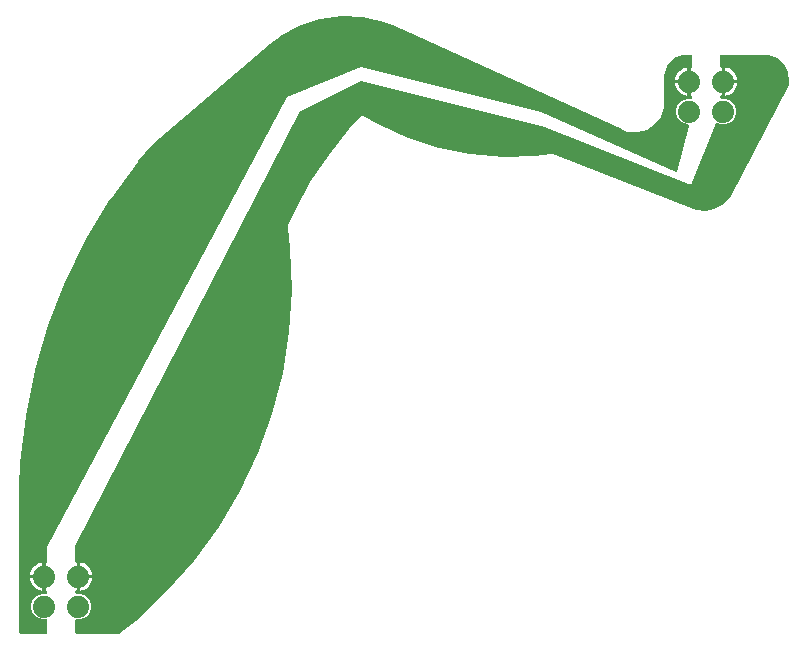
<source format=gtl>
G04 EAGLE Gerber X2 export*
G75*
%MOMM*%
%FSLAX34Y34*%
%LPD*%
%AMOC8*
5,1,8,0,0,1.08239X$1,22.5*%
G01*
%ADD10C,1.879600*%

G36*
X75086Y2549D02*
X75086Y2549D01*
X75137Y2547D01*
X75207Y2569D01*
X75279Y2580D01*
X75324Y2604D01*
X75373Y2619D01*
X75473Y2683D01*
X75496Y2696D01*
X75502Y2702D01*
X75514Y2709D01*
X88448Y13138D01*
X88454Y13144D01*
X88461Y13148D01*
X88471Y13159D01*
X88489Y13173D01*
X114388Y37298D01*
X114404Y37319D01*
X114439Y37350D01*
X137928Y63828D01*
X137941Y63850D01*
X137973Y63884D01*
X158838Y92475D01*
X158850Y92498D01*
X158878Y92536D01*
X176932Y122980D01*
X176941Y123004D01*
X176966Y123044D01*
X192043Y155067D01*
X192050Y155092D01*
X192071Y155134D01*
X204036Y188445D01*
X204041Y188470D01*
X204057Y188514D01*
X212802Y222812D01*
X212804Y222837D01*
X212817Y222883D01*
X218262Y257856D01*
X218261Y257882D01*
X218269Y257928D01*
X220365Y293261D01*
X220363Y293286D01*
X220366Y293333D01*
X219094Y328705D01*
X219090Y328725D01*
X219090Y328759D01*
X217232Y345998D01*
X217228Y346014D01*
X217228Y346031D01*
X217185Y346193D01*
X216961Y346767D01*
X217013Y346886D01*
X217046Y347017D01*
X217074Y347124D01*
X217074Y347125D01*
X217074Y347126D01*
X217071Y347292D01*
X217053Y347421D01*
X217451Y347939D01*
X217454Y347946D01*
X217460Y347951D01*
X217544Y348097D01*
X222979Y360484D01*
X236351Y384918D01*
X251801Y408094D01*
X269213Y429835D01*
X278584Y439644D01*
X278586Y439648D01*
X278684Y439775D01*
X279043Y440367D01*
X279129Y440388D01*
X279137Y440392D01*
X279146Y440392D01*
X279250Y440440D01*
X279355Y440485D01*
X279362Y440490D01*
X279370Y440494D01*
X279498Y440602D01*
X279560Y440666D01*
X280251Y440682D01*
X280256Y440683D01*
X280415Y440704D01*
X281087Y440868D01*
X281163Y440822D01*
X281171Y440819D01*
X281178Y440813D01*
X281285Y440773D01*
X281391Y440730D01*
X281400Y440730D01*
X281408Y440727D01*
X281575Y440712D01*
X281664Y440714D01*
X282133Y440266D01*
X282141Y440260D01*
X282148Y440253D01*
X282283Y440154D01*
X293907Y433563D01*
X293929Y433555D01*
X293966Y433533D01*
X318843Y422167D01*
X318871Y422159D01*
X318925Y422135D01*
X344953Y413733D01*
X344983Y413729D01*
X345039Y413711D01*
X371866Y408388D01*
X371896Y408387D01*
X371954Y408376D01*
X399218Y406203D01*
X399248Y406206D01*
X399307Y406202D01*
X426638Y407209D01*
X426662Y407214D01*
X426705Y407214D01*
X439901Y408861D01*
X439924Y408868D01*
X439949Y408868D01*
X440109Y408918D01*
X440645Y409150D01*
X440791Y409092D01*
X440848Y409080D01*
X440880Y409067D01*
X440931Y409061D01*
X441019Y409040D01*
X441026Y409041D01*
X441031Y409040D01*
X441050Y409042D01*
X441187Y409048D01*
X441342Y409072D01*
X441848Y408701D01*
X441860Y408695D01*
X441870Y408685D01*
X442019Y408607D01*
X558771Y362494D01*
X560043Y361991D01*
X560063Y361987D01*
X560095Y361973D01*
X563532Y360892D01*
X563540Y360891D01*
X563692Y360861D01*
X570852Y360218D01*
X570877Y360219D01*
X570902Y360215D01*
X571069Y360229D01*
X578118Y361636D01*
X578142Y361645D01*
X578167Y361648D01*
X578323Y361709D01*
X584687Y365051D01*
X584708Y365067D01*
X584731Y365076D01*
X584863Y365179D01*
X590023Y370184D01*
X590028Y370191D01*
X590127Y370310D01*
X592111Y373301D01*
X592122Y373325D01*
X592150Y373367D01*
X641394Y466803D01*
X641409Y466847D01*
X641432Y466888D01*
X641465Y467017D01*
X641472Y467036D01*
X641472Y467042D01*
X641474Y467050D01*
X641948Y470376D01*
X641947Y470395D01*
X641952Y470414D01*
X641949Y470581D01*
X641011Y477837D01*
X640996Y477888D01*
X640990Y477941D01*
X640949Y478046D01*
X640941Y478073D01*
X640934Y478082D01*
X640928Y478097D01*
X637495Y484558D01*
X637463Y484600D01*
X637439Y484648D01*
X637363Y484731D01*
X637346Y484754D01*
X637337Y484760D01*
X637326Y484772D01*
X631837Y489609D01*
X631792Y489637D01*
X631753Y489673D01*
X631652Y489725D01*
X631628Y489740D01*
X631618Y489742D01*
X631603Y489750D01*
X624762Y492344D01*
X624743Y492347D01*
X624727Y492356D01*
X624562Y492390D01*
X620905Y492729D01*
X620880Y492727D01*
X620837Y492732D01*
X620113Y492734D01*
X609602Y492759D01*
X609601Y492759D01*
X609600Y492759D01*
X584200Y492759D01*
X584180Y492756D01*
X584161Y492758D01*
X584059Y492736D01*
X583957Y492720D01*
X583940Y492710D01*
X583920Y492706D01*
X583831Y492653D01*
X583740Y492604D01*
X583726Y492590D01*
X583709Y492580D01*
X583642Y492501D01*
X583571Y492426D01*
X583562Y492408D01*
X583549Y492393D01*
X583510Y492297D01*
X583467Y492203D01*
X583465Y492183D01*
X583457Y492165D01*
X583439Y491998D01*
X583439Y482477D01*
X583452Y482398D01*
X583455Y482319D01*
X583471Y482278D01*
X583479Y482234D01*
X583516Y482164D01*
X583545Y482090D01*
X583573Y482056D01*
X583594Y482017D01*
X583651Y481962D01*
X583702Y481901D01*
X583740Y481878D01*
X583772Y481847D01*
X583844Y481814D01*
X583912Y481772D01*
X583955Y481762D01*
X583995Y481744D01*
X584074Y481735D01*
X584152Y481717D01*
X584210Y481720D01*
X584239Y481716D01*
X584267Y481722D01*
X584319Y481725D01*
X584455Y481746D01*
X584455Y470662D01*
X584458Y470642D01*
X584456Y470623D01*
X584478Y470521D01*
X584495Y470419D01*
X584504Y470402D01*
X584508Y470382D01*
X584561Y470293D01*
X584610Y470202D01*
X584624Y470188D01*
X584634Y470171D01*
X584713Y470104D01*
X584788Y470033D01*
X584806Y470024D01*
X584821Y470011D01*
X584917Y469973D01*
X585011Y469929D01*
X585031Y469927D01*
X585049Y469919D01*
X585216Y469901D01*
X585979Y469901D01*
X585979Y469899D01*
X585216Y469899D01*
X585196Y469896D01*
X585177Y469898D01*
X585075Y469876D01*
X584973Y469859D01*
X584956Y469850D01*
X584936Y469846D01*
X584847Y469793D01*
X584756Y469744D01*
X584742Y469730D01*
X584725Y469720D01*
X584658Y469641D01*
X584587Y469566D01*
X584578Y469548D01*
X584565Y469533D01*
X584526Y469437D01*
X584483Y469343D01*
X584481Y469323D01*
X584473Y469305D01*
X584455Y469138D01*
X584455Y458054D01*
X584319Y458075D01*
X584240Y458075D01*
X584161Y458084D01*
X584117Y458074D01*
X584073Y458074D01*
X583998Y458048D01*
X583920Y458031D01*
X583882Y458009D01*
X583840Y457994D01*
X583777Y457946D01*
X583709Y457905D01*
X583680Y457871D01*
X583645Y457845D01*
X583601Y457779D01*
X583549Y457718D01*
X583533Y457677D01*
X583508Y457641D01*
X583487Y457564D01*
X583457Y457490D01*
X583451Y457432D01*
X583443Y457403D01*
X583445Y457376D01*
X583439Y457323D01*
X583439Y456184D01*
X583442Y456164D01*
X583440Y456145D01*
X583462Y456043D01*
X583479Y455941D01*
X583488Y455924D01*
X583492Y455904D01*
X583545Y455815D01*
X583594Y455724D01*
X583608Y455710D01*
X583618Y455693D01*
X583697Y455626D01*
X583772Y455554D01*
X583790Y455546D01*
X583805Y455533D01*
X583901Y455494D01*
X583995Y455451D01*
X584015Y455449D01*
X584033Y455441D01*
X584200Y455423D01*
X588151Y455423D01*
X592165Y453760D01*
X595238Y450687D01*
X596901Y446673D01*
X596901Y442327D01*
X595238Y438313D01*
X592165Y435240D01*
X588151Y433577D01*
X583805Y433577D01*
X580404Y434986D01*
X580380Y434992D01*
X580359Y435003D01*
X580261Y435020D01*
X580165Y435042D01*
X580141Y435040D01*
X580116Y435044D01*
X580018Y435028D01*
X579920Y435019D01*
X579898Y435009D01*
X579873Y435005D01*
X579786Y434959D01*
X579695Y434919D01*
X579677Y434902D01*
X579655Y434891D01*
X579587Y434820D01*
X579514Y434753D01*
X579502Y434731D01*
X579485Y434713D01*
X579406Y434565D01*
X558376Y381990D01*
X432083Y432507D01*
X432051Y432514D01*
X431985Y432539D01*
X279585Y470639D01*
X279523Y470644D01*
X279462Y470659D01*
X279401Y470654D01*
X279340Y470659D01*
X279279Y470644D01*
X279217Y470639D01*
X279133Y470608D01*
X279101Y470600D01*
X279086Y470591D01*
X279060Y470581D01*
X228260Y445181D01*
X228233Y445162D01*
X228203Y445150D01*
X228134Y445090D01*
X228060Y445037D01*
X228041Y445011D01*
X228017Y444989D01*
X227924Y444850D01*
X37424Y76550D01*
X37394Y76457D01*
X37357Y76367D01*
X37354Y76334D01*
X37348Y76316D01*
X37348Y76283D01*
X37339Y76200D01*
X37339Y63377D01*
X37352Y63298D01*
X37355Y63219D01*
X37371Y63178D01*
X37379Y63134D01*
X37416Y63064D01*
X37445Y62990D01*
X37473Y62956D01*
X37494Y62917D01*
X37551Y62862D01*
X37602Y62801D01*
X37640Y62778D01*
X37672Y62747D01*
X37744Y62714D01*
X37812Y62672D01*
X37855Y62662D01*
X37895Y62644D01*
X37974Y62635D01*
X38052Y62617D01*
X38110Y62620D01*
X38139Y62616D01*
X38167Y62622D01*
X38219Y62625D01*
X38355Y62646D01*
X38355Y51562D01*
X38358Y51542D01*
X38356Y51523D01*
X38378Y51421D01*
X38395Y51319D01*
X38404Y51302D01*
X38408Y51282D01*
X38461Y51193D01*
X38510Y51102D01*
X38524Y51088D01*
X38534Y51071D01*
X38613Y51004D01*
X38688Y50933D01*
X38706Y50924D01*
X38721Y50911D01*
X38817Y50873D01*
X38911Y50829D01*
X38931Y50827D01*
X38949Y50819D01*
X39116Y50801D01*
X39879Y50801D01*
X39879Y50799D01*
X39116Y50799D01*
X39096Y50796D01*
X39077Y50798D01*
X38975Y50776D01*
X38873Y50759D01*
X38856Y50750D01*
X38836Y50746D01*
X38747Y50693D01*
X38656Y50644D01*
X38642Y50630D01*
X38625Y50620D01*
X38558Y50541D01*
X38487Y50466D01*
X38478Y50448D01*
X38465Y50433D01*
X38426Y50337D01*
X38383Y50243D01*
X38381Y50223D01*
X38373Y50205D01*
X38355Y50038D01*
X38355Y38954D01*
X38219Y38975D01*
X38140Y38975D01*
X38061Y38984D01*
X38017Y38974D01*
X37973Y38974D01*
X37898Y38948D01*
X37820Y38931D01*
X37782Y38909D01*
X37740Y38894D01*
X37677Y38846D01*
X37609Y38805D01*
X37580Y38771D01*
X37545Y38745D01*
X37501Y38679D01*
X37449Y38618D01*
X37433Y38577D01*
X37408Y38541D01*
X37387Y38464D01*
X37357Y38390D01*
X37351Y38332D01*
X37343Y38303D01*
X37345Y38276D01*
X37339Y38223D01*
X37339Y37084D01*
X37342Y37064D01*
X37340Y37045D01*
X37362Y36943D01*
X37379Y36841D01*
X37388Y36824D01*
X37392Y36804D01*
X37445Y36715D01*
X37494Y36624D01*
X37508Y36610D01*
X37518Y36593D01*
X37597Y36526D01*
X37672Y36454D01*
X37690Y36446D01*
X37705Y36433D01*
X37801Y36394D01*
X37895Y36351D01*
X37915Y36349D01*
X37933Y36341D01*
X38100Y36323D01*
X42051Y36323D01*
X46065Y34660D01*
X49138Y31587D01*
X50801Y27573D01*
X50801Y23227D01*
X49138Y19213D01*
X46065Y16140D01*
X42051Y14477D01*
X38100Y14477D01*
X38080Y14474D01*
X38061Y14476D01*
X37959Y14454D01*
X37857Y14438D01*
X37840Y14428D01*
X37820Y14424D01*
X37731Y14371D01*
X37640Y14322D01*
X37626Y14308D01*
X37609Y14298D01*
X37542Y14219D01*
X37471Y14144D01*
X37462Y14126D01*
X37449Y14111D01*
X37410Y14015D01*
X37367Y13921D01*
X37365Y13901D01*
X37357Y13883D01*
X37339Y13716D01*
X37339Y3302D01*
X37342Y3282D01*
X37340Y3263D01*
X37362Y3161D01*
X37379Y3059D01*
X37388Y3042D01*
X37392Y3022D01*
X37445Y2933D01*
X37494Y2842D01*
X37508Y2828D01*
X37518Y2811D01*
X37597Y2744D01*
X37672Y2672D01*
X37690Y2664D01*
X37705Y2651D01*
X37801Y2612D01*
X37895Y2569D01*
X37915Y2567D01*
X37933Y2559D01*
X38100Y2541D01*
X75036Y2541D01*
X75086Y2549D01*
G37*
G36*
X12720Y2544D02*
X12720Y2544D01*
X12739Y2542D01*
X12841Y2564D01*
X12943Y2580D01*
X12960Y2590D01*
X12980Y2594D01*
X13069Y2647D01*
X13160Y2696D01*
X13174Y2710D01*
X13191Y2720D01*
X13258Y2799D01*
X13330Y2874D01*
X13338Y2892D01*
X13351Y2907D01*
X13390Y3003D01*
X13433Y3097D01*
X13435Y3117D01*
X13443Y3135D01*
X13461Y3302D01*
X13461Y13716D01*
X13458Y13736D01*
X13460Y13755D01*
X13438Y13857D01*
X13422Y13959D01*
X13412Y13976D01*
X13408Y13996D01*
X13355Y14085D01*
X13306Y14176D01*
X13292Y14190D01*
X13282Y14207D01*
X13203Y14274D01*
X13128Y14346D01*
X13110Y14354D01*
X13095Y14367D01*
X12999Y14406D01*
X12905Y14449D01*
X12885Y14451D01*
X12867Y14459D01*
X12700Y14477D01*
X8749Y14477D01*
X4735Y16140D01*
X1662Y19213D01*
X-1Y23227D01*
X-1Y27573D01*
X1662Y31587D01*
X4735Y34660D01*
X8749Y36323D01*
X12700Y36323D01*
X12720Y36326D01*
X12739Y36324D01*
X12841Y36346D01*
X12943Y36362D01*
X12960Y36372D01*
X12980Y36376D01*
X13069Y36429D01*
X13160Y36478D01*
X13174Y36492D01*
X13191Y36502D01*
X13258Y36581D01*
X13330Y36656D01*
X13338Y36674D01*
X13351Y36689D01*
X13390Y36785D01*
X13433Y36879D01*
X13435Y36899D01*
X13443Y36917D01*
X13461Y37084D01*
X13461Y38223D01*
X13448Y38302D01*
X13445Y38381D01*
X13429Y38422D01*
X13422Y38466D01*
X13384Y38536D01*
X13355Y38610D01*
X13327Y38644D01*
X13306Y38683D01*
X13249Y38738D01*
X13198Y38799D01*
X13160Y38822D01*
X13128Y38853D01*
X13056Y38886D01*
X12988Y38928D01*
X12945Y38938D01*
X12905Y38956D01*
X12826Y38965D01*
X12748Y38983D01*
X12690Y38980D01*
X12661Y38984D01*
X12633Y38978D01*
X12581Y38975D01*
X12445Y38954D01*
X12445Y50038D01*
X12442Y50058D01*
X12444Y50077D01*
X12422Y50179D01*
X12405Y50281D01*
X12396Y50298D01*
X12392Y50318D01*
X12339Y50407D01*
X12290Y50498D01*
X12276Y50512D01*
X12266Y50529D01*
X12187Y50596D01*
X12112Y50667D01*
X12094Y50676D01*
X12079Y50689D01*
X11983Y50727D01*
X11889Y50771D01*
X11869Y50773D01*
X11851Y50781D01*
X11684Y50799D01*
X10921Y50799D01*
X10921Y50801D01*
X11684Y50801D01*
X11704Y50804D01*
X11723Y50802D01*
X11825Y50824D01*
X11927Y50841D01*
X11944Y50850D01*
X11964Y50854D01*
X12053Y50907D01*
X12144Y50956D01*
X12158Y50970D01*
X12175Y50980D01*
X12242Y51059D01*
X12313Y51134D01*
X12322Y51152D01*
X12335Y51167D01*
X12374Y51263D01*
X12417Y51357D01*
X12419Y51377D01*
X12427Y51395D01*
X12445Y51562D01*
X12445Y62646D01*
X12581Y62625D01*
X12660Y62625D01*
X12739Y62616D01*
X12783Y62626D01*
X12827Y62626D01*
X12902Y62652D01*
X12980Y62669D01*
X13018Y62691D01*
X13060Y62706D01*
X13123Y62754D01*
X13191Y62795D01*
X13220Y62828D01*
X13255Y62855D01*
X13299Y62921D01*
X13351Y62982D01*
X13367Y63023D01*
X13392Y63059D01*
X13413Y63136D01*
X13443Y63210D01*
X13449Y63268D01*
X13457Y63297D01*
X13455Y63324D01*
X13461Y63377D01*
X13461Y76010D01*
X216441Y456596D01*
X279454Y481802D01*
X431551Y443777D01*
X545791Y393004D01*
X545874Y392983D01*
X545954Y392953D01*
X545992Y392952D01*
X546029Y392942D01*
X546114Y392948D01*
X546200Y392945D01*
X546236Y392956D01*
X546274Y392959D01*
X546353Y392992D01*
X546435Y393017D01*
X546466Y393039D01*
X546501Y393053D01*
X546566Y393110D01*
X546636Y393159D01*
X546658Y393190D01*
X546687Y393215D01*
X546730Y393289D01*
X546780Y393358D01*
X546797Y393404D01*
X546811Y393427D01*
X546817Y393457D01*
X546839Y393515D01*
X556618Y432631D01*
X556627Y432744D01*
X556639Y432855D01*
X556637Y432866D01*
X556638Y432877D01*
X556611Y432986D01*
X556587Y433096D01*
X556581Y433105D01*
X556579Y433115D01*
X556518Y433210D01*
X556461Y433307D01*
X556453Y433314D01*
X556447Y433323D01*
X556359Y433394D01*
X556274Y433467D01*
X556264Y433471D01*
X556256Y433478D01*
X556150Y433517D01*
X556046Y433559D01*
X556033Y433560D01*
X556025Y433563D01*
X556000Y433564D01*
X555879Y433577D01*
X554849Y433577D01*
X550835Y435240D01*
X547762Y438313D01*
X546099Y442327D01*
X546099Y446673D01*
X547762Y450687D01*
X550835Y453760D01*
X554849Y455423D01*
X558800Y455423D01*
X558820Y455426D01*
X558839Y455424D01*
X558941Y455446D01*
X559043Y455462D01*
X559060Y455472D01*
X559080Y455476D01*
X559169Y455529D01*
X559260Y455578D01*
X559274Y455592D01*
X559291Y455602D01*
X559358Y455681D01*
X559430Y455756D01*
X559438Y455774D01*
X559451Y455789D01*
X559490Y455885D01*
X559533Y455979D01*
X559535Y455999D01*
X559543Y456017D01*
X559561Y456184D01*
X559561Y457323D01*
X559548Y457402D01*
X559545Y457481D01*
X559529Y457522D01*
X559522Y457566D01*
X559484Y457636D01*
X559455Y457710D01*
X559427Y457744D01*
X559406Y457783D01*
X559349Y457838D01*
X559298Y457899D01*
X559260Y457922D01*
X559228Y457953D01*
X559156Y457986D01*
X559088Y458028D01*
X559045Y458038D01*
X559005Y458056D01*
X558926Y458065D01*
X558848Y458083D01*
X558790Y458080D01*
X558761Y458084D01*
X558733Y458078D01*
X558681Y458075D01*
X558545Y458054D01*
X558545Y469138D01*
X558542Y469158D01*
X558544Y469177D01*
X558522Y469279D01*
X558505Y469381D01*
X558496Y469398D01*
X558492Y469418D01*
X558439Y469507D01*
X558390Y469598D01*
X558376Y469612D01*
X558366Y469629D01*
X558287Y469696D01*
X558212Y469767D01*
X558194Y469776D01*
X558179Y469789D01*
X558083Y469827D01*
X557989Y469871D01*
X557969Y469873D01*
X557951Y469881D01*
X557784Y469899D01*
X557021Y469899D01*
X557021Y469901D01*
X557784Y469901D01*
X557804Y469904D01*
X557823Y469902D01*
X557925Y469924D01*
X558027Y469941D01*
X558044Y469950D01*
X558064Y469954D01*
X558153Y470007D01*
X558244Y470056D01*
X558258Y470070D01*
X558275Y470080D01*
X558342Y470159D01*
X558413Y470234D01*
X558422Y470252D01*
X558435Y470267D01*
X558474Y470363D01*
X558517Y470457D01*
X558519Y470477D01*
X558527Y470495D01*
X558545Y470662D01*
X558545Y481746D01*
X558681Y481725D01*
X558760Y481725D01*
X558839Y481716D01*
X558883Y481726D01*
X558927Y481726D01*
X559002Y481752D01*
X559080Y481769D01*
X559118Y481791D01*
X559160Y481806D01*
X559223Y481854D01*
X559291Y481895D01*
X559320Y481928D01*
X559355Y481955D01*
X559399Y482021D01*
X559451Y482082D01*
X559467Y482123D01*
X559492Y482159D01*
X559513Y482236D01*
X559543Y482310D01*
X559549Y482368D01*
X559557Y482397D01*
X559555Y482424D01*
X559561Y482477D01*
X559561Y491998D01*
X559558Y492018D01*
X559560Y492037D01*
X559538Y492139D01*
X559522Y492241D01*
X559512Y492258D01*
X559508Y492278D01*
X559455Y492367D01*
X559406Y492458D01*
X559392Y492472D01*
X559382Y492489D01*
X559303Y492556D01*
X559228Y492628D01*
X559210Y492636D01*
X559195Y492649D01*
X559099Y492688D01*
X559005Y492731D01*
X558985Y492733D01*
X558967Y492741D01*
X558800Y492759D01*
X554331Y492759D01*
X554309Y492756D01*
X554271Y492757D01*
X551514Y492540D01*
X551508Y492539D01*
X551502Y492539D01*
X551338Y492505D01*
X546092Y490801D01*
X546061Y490784D01*
X546026Y490775D01*
X545880Y490692D01*
X541418Y487450D01*
X541393Y487425D01*
X541363Y487406D01*
X541250Y487282D01*
X538008Y482820D01*
X537991Y482788D01*
X537969Y482760D01*
X537899Y482608D01*
X536195Y477362D01*
X536194Y477356D01*
X536192Y477351D01*
X536160Y477186D01*
X535943Y474429D01*
X535945Y474407D01*
X535941Y474369D01*
X535941Y447969D01*
X533336Y440209D01*
X528397Y433682D01*
X521638Y429065D01*
X513760Y426839D01*
X505585Y427236D01*
X502949Y428265D01*
X502880Y428280D01*
X502813Y428304D01*
X502760Y428305D01*
X502708Y428316D01*
X502670Y428312D01*
X501726Y428741D01*
X501711Y428746D01*
X501688Y428758D01*
X500728Y429132D01*
X500687Y429165D01*
X500639Y429216D01*
X500575Y429254D01*
X500550Y429274D01*
X500529Y429282D01*
X500495Y429302D01*
X307658Y517056D01*
X307645Y517060D01*
X307625Y517071D01*
X299056Y520491D01*
X299024Y520498D01*
X298953Y520524D01*
X281040Y524871D01*
X281013Y524874D01*
X280898Y524892D01*
X262487Y525797D01*
X262459Y525794D01*
X262343Y525790D01*
X244090Y523220D01*
X244064Y523212D01*
X243950Y523187D01*
X226505Y517233D01*
X226480Y517220D01*
X226374Y517174D01*
X210357Y508050D01*
X210332Y508029D01*
X210268Y507990D01*
X202976Y502336D01*
X202967Y502326D01*
X202948Y502313D01*
X201908Y501425D01*
X103452Y417341D01*
X103431Y417316D01*
X103365Y417253D01*
X90697Y402220D01*
X90687Y402204D01*
X90666Y402181D01*
X67114Y370202D01*
X67103Y370180D01*
X67077Y370147D01*
X46403Y336237D01*
X46394Y336215D01*
X46371Y336179D01*
X28730Y300596D01*
X28723Y300573D01*
X28703Y300536D01*
X14231Y263551D01*
X14226Y263528D01*
X14209Y263488D01*
X3016Y225383D01*
X3013Y225359D01*
X3000Y225319D01*
X-4830Y186383D01*
X-4831Y186359D01*
X-4841Y186317D01*
X-9247Y146847D01*
X-9246Y146828D01*
X-9251Y146797D01*
X-10158Y126976D01*
X-10157Y126963D01*
X-10159Y126942D01*
X-10159Y3302D01*
X-10156Y3282D01*
X-10158Y3263D01*
X-10136Y3161D01*
X-10120Y3059D01*
X-10110Y3042D01*
X-10106Y3022D01*
X-10053Y2933D01*
X-10004Y2842D01*
X-9990Y2828D01*
X-9980Y2811D01*
X-9901Y2744D01*
X-9826Y2672D01*
X-9808Y2664D01*
X-9793Y2651D01*
X-9697Y2612D01*
X-9603Y2569D01*
X-9583Y2567D01*
X-9565Y2559D01*
X-9398Y2541D01*
X12700Y2541D01*
X12720Y2544D01*
G37*
%LPC*%
G36*
X587501Y471423D02*
X587501Y471423D01*
X587501Y481746D01*
X588774Y481545D01*
X590561Y480964D01*
X592235Y480111D01*
X593756Y479006D01*
X595084Y477678D01*
X596189Y476157D01*
X597042Y474483D01*
X597623Y472696D01*
X597824Y471423D01*
X587501Y471423D01*
G37*
%LPD*%
%LPC*%
G36*
X41401Y52323D02*
X41401Y52323D01*
X41401Y62646D01*
X42674Y62445D01*
X44461Y61864D01*
X46135Y61011D01*
X47656Y59906D01*
X48984Y58578D01*
X50089Y57057D01*
X50942Y55383D01*
X51523Y53596D01*
X51724Y52323D01*
X41401Y52323D01*
G37*
%LPD*%
%LPC*%
G36*
X545176Y471423D02*
X545176Y471423D01*
X545377Y472696D01*
X545958Y474483D01*
X546811Y476157D01*
X547916Y477678D01*
X549244Y479006D01*
X550765Y480111D01*
X552439Y480964D01*
X554226Y481545D01*
X555499Y481746D01*
X555499Y471423D01*
X545176Y471423D01*
G37*
%LPD*%
%LPC*%
G36*
X587501Y468377D02*
X587501Y468377D01*
X597824Y468377D01*
X597623Y467104D01*
X597042Y465317D01*
X596189Y463643D01*
X595084Y462122D01*
X593756Y460794D01*
X592235Y459689D01*
X590561Y458836D01*
X588774Y458255D01*
X587501Y458054D01*
X587501Y468377D01*
G37*
%LPD*%
%LPC*%
G36*
X41401Y49277D02*
X41401Y49277D01*
X51724Y49277D01*
X51523Y48004D01*
X50942Y46217D01*
X50089Y44543D01*
X48984Y43022D01*
X47656Y41694D01*
X46135Y40589D01*
X44461Y39736D01*
X42674Y39155D01*
X41401Y38954D01*
X41401Y49277D01*
G37*
%LPD*%
%LPC*%
G36*
X-924Y52323D02*
X-924Y52323D01*
X-723Y53596D01*
X-142Y55383D01*
X711Y57057D01*
X1816Y58578D01*
X3144Y59906D01*
X4665Y61011D01*
X6339Y61864D01*
X8126Y62445D01*
X9399Y62646D01*
X9399Y52323D01*
X-924Y52323D01*
G37*
%LPD*%
%LPC*%
G36*
X554226Y458255D02*
X554226Y458255D01*
X552439Y458836D01*
X550765Y459689D01*
X549244Y460794D01*
X547916Y462122D01*
X546811Y463643D01*
X545958Y465317D01*
X545377Y467104D01*
X545176Y468377D01*
X555499Y468377D01*
X555499Y458054D01*
X554226Y458255D01*
G37*
%LPD*%
%LPC*%
G36*
X8126Y39155D02*
X8126Y39155D01*
X6339Y39736D01*
X4665Y40589D01*
X3144Y41694D01*
X1816Y43022D01*
X711Y44543D01*
X-142Y46217D01*
X-723Y48004D01*
X-924Y49277D01*
X9399Y49277D01*
X9399Y38954D01*
X8126Y39155D01*
G37*
%LPD*%
D10*
X10922Y50800D03*
X39878Y50800D03*
X557022Y444500D03*
X585978Y444500D03*
X557022Y469900D03*
X585978Y469900D03*
X10922Y25400D03*
X39878Y25400D03*
M02*

</source>
